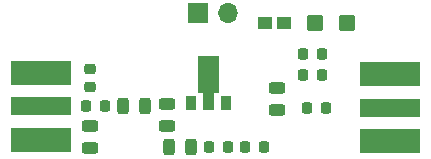
<source format=gbr>
%TF.GenerationSoftware,KiCad,Pcbnew,(5.99.0-7233-g6a28d6af27)*%
%TF.CreationDate,2021-08-16T18:37:05+02:00*%
%TF.ProjectId,lna,6c6e612e-6b69-4636-9164-5f7063625858,rev?*%
%TF.SameCoordinates,Original*%
%TF.FileFunction,Soldermask,Top*%
%TF.FilePolarity,Negative*%
%FSLAX46Y46*%
G04 Gerber Fmt 4.6, Leading zero omitted, Abs format (unit mm)*
G04 Created by KiCad (PCBNEW (5.99.0-7233-g6a28d6af27)) date 2021-08-16 18:37:05*
%MOMM*%
%LPD*%
G01*
G04 APERTURE LIST*
G04 Aperture macros list*
%AMRoundRect*
0 Rectangle with rounded corners*
0 $1 Rounding radius*
0 $2 $3 $4 $5 $6 $7 $8 $9 X,Y pos of 4 corners*
0 Add a 4 corners polygon primitive as box body*
4,1,4,$2,$3,$4,$5,$6,$7,$8,$9,$2,$3,0*
0 Add four circle primitives for the rounded corners*
1,1,$1+$1,$2,$3,0*
1,1,$1+$1,$4,$5,0*
1,1,$1+$1,$6,$7,0*
1,1,$1+$1,$8,$9,0*
0 Add four rect primitives between the rounded corners*
20,1,$1+$1,$2,$3,$4,$5,0*
20,1,$1+$1,$4,$5,$6,$7,0*
20,1,$1+$1,$6,$7,$8,$9,0*
20,1,$1+$1,$8,$9,$2,$3,0*%
G04 Aperture macros list end*
%ADD10R,5.140000X2.000000*%
%ADD11R,5.140000X1.999996*%
%ADD12R,5.080000X1.500000*%
%ADD13RoundRect,0.218750X0.256250X-0.218750X0.256250X0.218750X-0.256250X0.218750X-0.256250X-0.218750X0*%
%ADD14RoundRect,0.250000X-0.450000X-0.425000X0.450000X-0.425000X0.450000X0.425000X-0.450000X0.425000X0*%
%ADD15R,0.900000X1.300000*%
%ADD16RoundRect,0.243750X0.243750X0.456250X-0.243750X0.456250X-0.243750X-0.456250X0.243750X-0.456250X0*%
%ADD17RoundRect,0.218750X-0.218750X-0.256250X0.218750X-0.256250X0.218750X0.256250X-0.218750X0.256250X0*%
%ADD18RoundRect,0.243750X-0.243750X-0.456250X0.243750X-0.456250X0.243750X0.456250X-0.243750X0.456250X0*%
%ADD19R,1.306056X1.058220*%
%ADD20R,1.700000X1.700000*%
%ADD21O,1.700000X1.700000*%
%ADD22RoundRect,0.218750X0.218750X0.256250X-0.218750X0.256250X-0.218750X-0.256250X0.218750X-0.256250X0*%
%ADD23RoundRect,0.243750X-0.456250X0.243750X-0.456250X-0.243750X0.456250X-0.243750X0.456250X0.243750X0*%
%ADD24RoundRect,0.243750X0.456250X-0.243750X0.456250X0.243750X-0.456250X0.243750X-0.456250X-0.243750X0*%
G04 APERTURE END LIST*
D10*
%TO.C,J1*%
X130200000Y-92000000D03*
D11*
X130200000Y-97700001D03*
D12*
X130200000Y-94800000D03*
%TD*%
D10*
%TO.C,J3*%
X159800000Y-97800000D03*
D11*
X159800000Y-92099999D03*
D12*
X159800000Y-95000000D03*
%TD*%
D13*
%TO.C,C1*%
X134350000Y-93237500D03*
X134350000Y-91662500D03*
%TD*%
D14*
%TO.C,C6*%
X153450000Y-87800000D03*
X156150000Y-87800000D03*
%TD*%
D15*
%TO.C,U1*%
X142900000Y-94550000D03*
G36*
X145266500Y-90600000D02*
G01*
X145266500Y-93725000D01*
X144850000Y-93725000D01*
X144849999Y-95200000D01*
X143950000Y-95200000D01*
X143950001Y-93725000D01*
X143533500Y-93725000D01*
X143533501Y-90600000D01*
X145266500Y-90600000D01*
G37*
X145900000Y-94550000D03*
%TD*%
D16*
%TO.C,L2*%
X139075000Y-94850000D03*
X137200000Y-94850000D03*
%TD*%
D17*
%TO.C,C2*%
X134062500Y-94850000D03*
X135637500Y-94850000D03*
%TD*%
%TO.C,C7*%
X152750000Y-95000000D03*
X154325000Y-95000000D03*
%TD*%
%TO.C,R1*%
X144462500Y-98300000D03*
X146037500Y-98300000D03*
%TD*%
D18*
%TO.C,L4*%
X141062500Y-98300000D03*
X142937500Y-98300000D03*
%TD*%
D19*
%TO.C,FB1*%
X149223918Y-87800000D03*
X150776082Y-87800000D03*
%TD*%
D20*
%TO.C,J2*%
X143500000Y-87000000D03*
D21*
X146040000Y-87000000D03*
%TD*%
D22*
%TO.C,C4*%
X153987500Y-92200000D03*
X152412500Y-92200000D03*
%TD*%
D23*
%TO.C,L3*%
X140900000Y-94650000D03*
X140900000Y-96525000D03*
%TD*%
D24*
%TO.C,L5*%
X150250000Y-95187500D03*
X150250000Y-93312500D03*
%TD*%
D17*
%TO.C,C3*%
X147512500Y-98300000D03*
X149087500Y-98300000D03*
%TD*%
D23*
%TO.C,L1*%
X134350000Y-96512500D03*
X134350000Y-98387500D03*
%TD*%
D17*
%TO.C,C5*%
X152412500Y-90400000D03*
X153987500Y-90400000D03*
%TD*%
M02*

</source>
